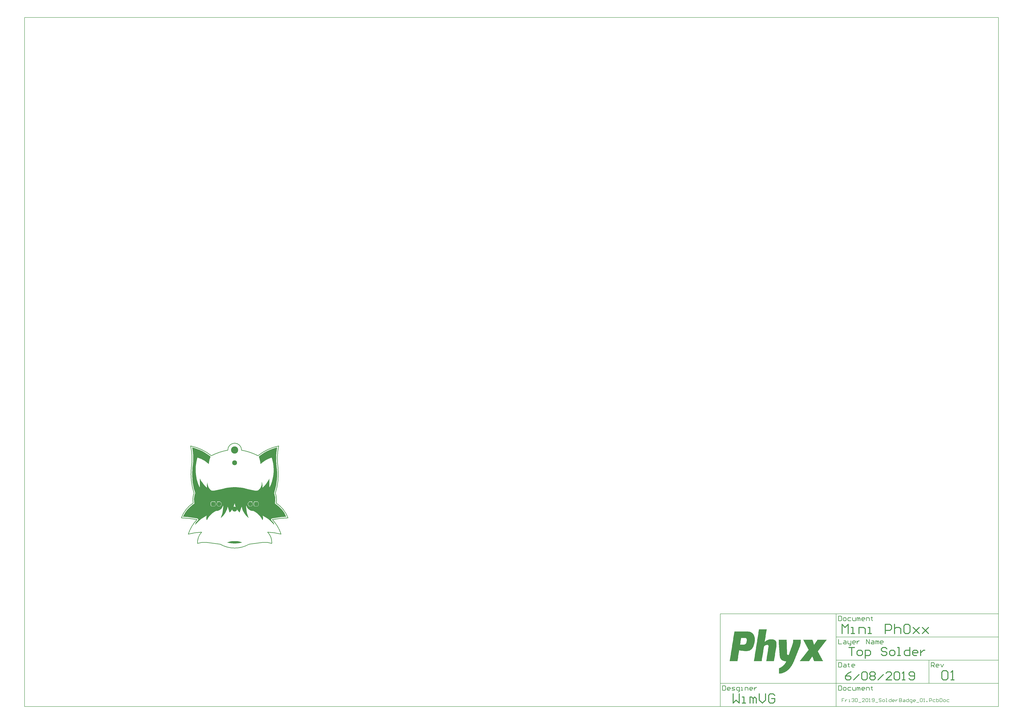
<source format=gts>
G04*
G04 #@! TF.GenerationSoftware,Altium Limited,Altium Designer,18.1.11 (251)*
G04*
G04 Layer_Color=8388736*
%FSLAX25Y25*%
%MOIN*%
G70*
G01*
G75*
%ADD10C,0.00787*%
%ADD15C,0.00984*%
%ADD16C,0.01575*%
%ADD18R,0.14567X0.06648*%
%ADD19R,0.15551X0.06648*%
%ADD20R,0.04331X0.05512*%
%ADD21C,0.08268*%
%ADD22C,0.00394*%
%ADD23C,0.12205*%
G04:AMPARAMS|DCode=24|XSize=74.8mil|YSize=74.8mil|CornerRadius=19.68mil|HoleSize=0mil|Usage=FLASHONLY|Rotation=0.000|XOffset=0mil|YOffset=0mil|HoleType=Round|Shape=RoundedRectangle|*
%AMROUNDEDRECTD24*
21,1,0.07480,0.03543,0,0,0.0*
21,1,0.03543,0.07480,0,0,0.0*
1,1,0.03937,0.01772,-0.01772*
1,1,0.03937,-0.01772,-0.01772*
1,1,0.03937,-0.01772,0.01772*
1,1,0.03937,0.01772,0.01772*
%
%ADD24ROUNDEDRECTD24*%
%ADD25C,0.07480*%
G36*
X-68188Y169601D02*
X-63641Y168113D01*
X-59195Y166347D01*
X-54867Y164309D01*
X-50672Y162008D01*
X-46628Y159452D01*
X-42750Y156651D01*
X-40901Y155134D01*
X-40880Y155123D01*
X-41249Y154369D01*
X-41602Y153401D01*
X-41699Y153060D01*
X-41777Y152750D01*
X-41903Y152345D01*
X-42210Y151291D01*
X-42294Y150991D01*
X-42355Y150762D01*
X-42642Y149622D01*
X-42643Y149620D01*
X-42908Y148485D01*
X-42957Y148271D01*
X-43154Y147368D01*
X-43341Y146462D01*
X-43429Y146008D01*
X-43430Y146006D01*
X-43525Y145520D01*
X-43708Y144545D01*
X-43885Y143570D01*
X-43937Y143266D01*
X-44054Y142579D01*
X-44058Y142578D01*
X-44890Y143372D01*
X-47019Y145177D01*
X-49250Y146854D01*
X-51575Y148398D01*
X-53987Y149803D01*
X-56477Y151064D01*
X-59036Y152178D01*
X-61656Y153140D01*
X-62983Y153541D01*
X-62983Y153541D01*
X-62992Y153543D01*
X-62992Y153543D01*
X-62992Y153543D01*
X-62991Y153542D01*
X-62986Y153538D01*
X-63656Y151449D01*
X-64724Y147193D01*
X-65516Y142877D01*
X-66027Y138519D01*
X-66257Y134137D01*
X-66203Y129749D01*
X-65867Y125374D01*
X-65249Y121030D01*
X-64352Y116734D01*
X-63180Y112506D01*
X-61738Y108362D01*
X-60031Y104319D01*
X-59049Y102357D01*
X-59052Y104325D01*
X-59055Y108262D01*
Y112199D01*
X-59052Y116136D01*
X-59049Y118096D01*
X-59046Y118097D01*
X-58492Y117001D01*
X-57281Y114844D01*
X-55976Y112743D01*
X-54581Y110701D01*
X-53097Y108722D01*
X-51529Y106810D01*
X-49877Y104969D01*
X-48147Y103202D01*
X-47251Y102363D01*
X-47248Y102361D01*
X-47248D01*
Y102361D01*
X-47244Y102357D01*
X-47244Y102357D01*
X-47244Y102363D01*
X-47244Y102366D01*
X-47246Y103709D01*
X-47102Y106410D01*
X-46761Y109092D01*
X-46226Y111743D01*
X-46088Y112273D01*
X-46084Y112273D01*
Y111661D01*
X-46084Y110480D01*
X-46082Y110285D01*
X-46071Y109301D01*
X-45913Y107782D01*
X-45513Y106023D01*
X-44904Y104325D01*
X-44500Y103519D01*
X-44500Y103519D01*
X-44165Y102849D01*
X-43365Y101583D01*
X-42442Y100403D01*
X-41692Y99620D01*
X-40839Y98837D01*
X-40836Y98834D01*
X-40334Y98496D01*
X-39906Y98209D01*
X-39365Y97908D01*
X-38276Y97517D01*
X-37693Y97409D01*
X-36559Y97294D01*
X-36559Y97294D01*
X-35432Y97394D01*
X-34991Y97492D01*
X-34775Y97557D01*
X-22050Y100093D01*
X-20935Y100316D01*
X-19893Y100615D01*
X-19229Y100805D01*
X-15801Y101656D01*
X-12336Y102339D01*
X-8841Y102853D01*
X-5326Y103196D01*
X-1798Y103367D01*
X1734Y103367D01*
X5262Y103194D01*
X8777Y102850D01*
X12271Y102336D01*
X15736Y101652D01*
X19164Y100800D01*
X19839Y100606D01*
X20871Y100310D01*
X21972Y100089D01*
X21993Y100084D01*
X34644Y97566D01*
X34644Y97566D01*
X35734Y97346D01*
X35834Y97330D01*
X36643Y97301D01*
X37450Y97370D01*
X38243Y97534D01*
X39010Y97793D01*
X39741Y98141D01*
X39822Y98193D01*
X40120Y98400D01*
X40741Y98833D01*
X41040Y99106D01*
X41599Y99616D01*
X42466Y100537D01*
X43442Y101826D01*
X44273Y103214D01*
X44950Y104683D01*
X45465Y106216D01*
X45812Y107796D01*
X45895Y108561D01*
X45977Y109597D01*
X45984Y110463D01*
X45984Y110469D01*
X45984Y110469D01*
X45984D01*
X45984Y111644D01*
Y112658D01*
X45988Y112659D01*
X46226Y111743D01*
X46761Y109092D01*
X47102Y106410D01*
X47246Y103709D01*
X47244Y102357D01*
X48147Y103202D01*
X49877Y104969D01*
X51529Y106810D01*
X53097Y108722D01*
X54581Y110701D01*
X55976Y112743D01*
X57281Y114844D01*
X58492Y117001D01*
X59046Y118097D01*
X59049Y118096D01*
X59052Y116136D01*
X59055Y112199D01*
Y108262D01*
X59052Y104325D01*
X59049Y102357D01*
X60031Y104319D01*
X61738Y108362D01*
X63180Y112506D01*
X64352Y116734D01*
X65249Y121030D01*
X65867Y125374D01*
X66203Y129749D01*
X66257Y134137D01*
X66027Y138519D01*
X65516Y142877D01*
X64724Y147193D01*
X63656Y151449D01*
X62986Y153538D01*
X62992Y153543D01*
X62992Y153543D01*
Y153543D01*
X62992Y153543D01*
X61656Y153140D01*
X59036Y152178D01*
X56477Y151064D01*
X53987Y149803D01*
X51575Y148398D01*
X49250Y146854D01*
X47019Y145177D01*
X44890Y143372D01*
X44071Y142591D01*
X44068Y142592D01*
X44067Y142593D01*
X43898Y143570D01*
X43722Y144546D01*
X43662Y144863D01*
X43443Y146007D01*
X43443Y146007D01*
X43212Y147152D01*
X43168Y147367D01*
X42971Y148271D01*
X42764Y149173D01*
X42656Y149622D01*
X42656D01*
X42562Y150017D01*
X42359Y150803D01*
X42143Y151585D01*
X42109Y151700D01*
X41791Y152750D01*
X41791Y152750D01*
X41473Y153799D01*
X41270Y154325D01*
X40994Y154930D01*
X40890Y155124D01*
X40891Y155128D01*
X40898Y155132D01*
X42770Y156640D01*
X46656Y159447D01*
X50700Y162003D01*
X54894Y164304D01*
X59223Y166341D01*
X63669Y168107D01*
X68216Y169596D01*
X72239Y170642D01*
X72242Y170640D01*
X71555Y166662D01*
X71556Y166614D01*
X71541Y166569D01*
X70961Y161921D01*
X70964Y161874D01*
X70951Y161828D01*
X70588Y157158D01*
X70594Y157111D01*
X70583Y157064D01*
X70439Y152383D01*
X70447Y152336D01*
X70439Y152289D01*
X70514Y147606D01*
X70524Y147559D01*
X70517Y147512D01*
X70811Y142837D01*
X70824Y142791D01*
X70819Y142744D01*
X71331Y138088D01*
X71342Y138054D01*
X71340Y138018D01*
X71672Y135743D01*
X71939Y133143D01*
X72202Y127837D01*
X72185Y122525D01*
X71889Y117221D01*
X71315Y111940D01*
X70463Y106696D01*
X69336Y101505D01*
X67938Y96380D01*
X67105Y93857D01*
X67071Y93580D01*
X67005Y93309D01*
X67023Y93195D01*
X67009Y93080D01*
X67083Y92811D01*
X67127Y92535D01*
X67474Y91591D01*
X68043Y89660D01*
X68483Y87696D01*
X68792Y85707D01*
X68968Y83702D01*
X69012Y81690D01*
X68923Y79680D01*
X68702Y77679D01*
X68525Y76689D01*
X68533Y76305D01*
X68537Y75921D01*
X68540Y75914D01*
X68540Y75906D01*
X68694Y75554D01*
X68845Y75201D01*
X68851Y75196D01*
X68854Y75188D01*
X69131Y74923D01*
X69406Y74654D01*
X71054Y73581D01*
X74167Y71178D01*
X77078Y68533D01*
X79768Y65664D01*
X82220Y62589D01*
X84418Y59326D01*
X86347Y55899D01*
X87644Y53089D01*
X87642Y53085D01*
X87137Y53068D01*
X87105Y53061D01*
X87073Y53065D01*
X80376Y52628D01*
X80335Y52617D01*
X80292Y52621D01*
X73620Y51903D01*
X73579Y51891D01*
X73536Y51893D01*
X66899Y50895D01*
X66869Y50884D01*
X66837Y50885D01*
X63536Y50281D01*
X63348Y50207D01*
X63148Y50169D01*
X62987Y50064D01*
X62808Y49993D01*
X62662Y49852D01*
X62493Y49741D01*
X62384Y49582D01*
X62246Y49448D01*
X62165Y49262D01*
X62051Y49095D01*
X62011Y48906D01*
X61935Y48729D01*
X61931Y48527D01*
X61890Y48328D01*
X61925Y48139D01*
X61922Y47946D01*
X61997Y47758D01*
X62034Y47559D01*
X62140Y47397D01*
X62211Y47218D01*
X62352Y47073D01*
X62462Y46903D01*
X63703Y45635D01*
X66011Y42983D01*
X66455Y42408D01*
X66853Y40554D01*
X66966Y39369D01*
X66962Y39367D01*
X66951Y39371D01*
X65955Y40609D01*
X63857Y42995D01*
X61623Y45255D01*
X59262Y47381D01*
X56782Y49366D01*
X54190Y51204D01*
X51495Y52888D01*
X48707Y54412D01*
X47281Y55113D01*
X47266Y55118D01*
X47490Y54660D01*
X47831Y53699D01*
X48062Y52705D01*
X48177Y51691D01*
Y50671D01*
X48062Y49658D01*
X47831Y48664D01*
X47490Y47703D01*
X47268Y47249D01*
X47264Y47249D01*
X46640Y48519D01*
X45223Y50978D01*
X43596Y53305D01*
X41773Y55481D01*
X39766Y57489D01*
X37591Y59313D01*
X35266Y60941D01*
X32806Y62359D01*
X31533Y62986D01*
X31533Y62986D01*
X30777Y62968D01*
X29272Y63129D01*
X27802Y63485D01*
X26391Y64029D01*
X25063Y64754D01*
X23841Y65645D01*
X22745Y66689D01*
X21795Y67866D01*
X21008Y69157D01*
X20395Y70540D01*
X19968Y71991D01*
X19734Y73486D01*
X19716Y74242D01*
X19641Y72768D01*
X19621Y69817D01*
X19774Y66869D01*
X20099Y63936D01*
X20595Y61026D01*
X21261Y58151D01*
X22093Y55319D01*
X23090Y52541D01*
X23642Y51192D01*
X23639Y51189D01*
X22533Y52057D01*
X20436Y54025D01*
X18520Y56169D01*
X16801Y58475D01*
X15291Y60922D01*
X14003Y63494D01*
X12946Y66168D01*
X12129Y68925D01*
X11844Y70335D01*
X8706Y60272D01*
X8701Y60270D01*
X7812Y61086D01*
X6178Y62875D01*
X4708Y64801D01*
X3414Y66849D01*
X2305Y69003D01*
X1390Y71246D01*
X676Y73561D01*
X170Y75930D01*
X21Y77132D01*
X-127Y75930D01*
X-634Y73561D01*
X-1347Y71246D01*
X-2262Y69003D01*
X-3371Y66849D01*
X-4665Y64801D01*
X-6135Y62875D01*
X-7769Y61086D01*
X-8659Y60270D01*
X-8663Y60271D01*
X-11801Y70335D01*
X-12086Y68925D01*
X-12903Y66168D01*
X-13960Y63494D01*
X-15248Y60922D01*
X-16758Y58475D01*
X-18477Y56169D01*
X-20393Y54025D01*
X-22490Y52057D01*
X-23596Y51189D01*
X-23600Y51192D01*
X-23047Y52541D01*
X-22050Y55319D01*
X-21218Y58151D01*
X-20552Y61026D01*
X-20056Y63936D01*
X-19731Y66869D01*
X-19578Y69817D01*
X-19598Y72768D01*
X-19673Y74242D01*
X-19691Y73486D01*
X-19925Y71991D01*
X-20352Y70540D01*
X-20965Y69157D01*
X-21753Y67866D01*
X-22702Y66689D01*
X-23798Y65645D01*
X-25020Y64754D01*
X-26348Y64029D01*
X-27759Y63485D01*
X-29230Y63129D01*
X-30734Y62968D01*
X-31490Y62986D01*
Y62986D01*
X-32763Y62359D01*
X-35223Y60941D01*
X-37549Y59313D01*
X-39723Y57489D01*
X-41730Y55481D01*
X-43554Y53305D01*
X-45180Y50978D01*
X-46597Y48519D01*
X-47221Y47249D01*
X-47225Y47249D01*
X-47447Y47703D01*
X-47789Y48664D01*
X-48019Y49658D01*
X-48134Y50671D01*
Y51691D01*
X-48019Y52705D01*
X-47789Y53699D01*
X-47447Y54660D01*
X-47223Y55118D01*
X-47238Y55113D01*
X-48664Y54412D01*
X-51452Y52888D01*
X-54147Y51204D01*
X-56739Y49366D01*
X-59219Y47381D01*
X-61580Y45255D01*
X-63814Y42995D01*
X-65912Y40609D01*
X-66908Y39371D01*
X-66920Y39367D01*
X-66923Y39369D01*
X-66810Y40554D01*
X-66404Y42443D01*
X-65983Y42988D01*
X-63675Y45641D01*
X-62446Y46898D01*
X-62338Y47064D01*
X-62200Y47206D01*
X-62126Y47389D01*
X-62019Y47554D01*
X-61982Y47749D01*
X-61909Y47933D01*
X-61911Y48130D01*
X-61875Y48324D01*
X-61915Y48518D01*
X-61918Y48716D01*
X-61995Y48897D01*
X-62036Y49090D01*
X-62148Y49254D01*
X-62226Y49436D01*
X-62367Y49574D01*
X-62479Y49737D01*
X-62644Y49845D01*
X-62786Y49983D01*
X-62969Y50056D01*
X-63134Y50164D01*
X-63329Y50201D01*
X-63513Y50274D01*
X-66802Y50889D01*
X-66838Y50888D01*
X-66872Y50901D01*
X-73508Y51898D01*
X-73551Y51896D01*
X-73592Y51909D01*
X-80265Y52627D01*
X-80307Y52623D01*
X-80349Y52634D01*
X-87046Y53071D01*
X-87077Y53066D01*
X-87109Y53074D01*
X-87615Y53091D01*
X-87617Y53094D01*
X-86319Y55905D01*
X-84390Y59332D01*
X-82192Y62594D01*
X-79741Y65670D01*
X-77051Y68539D01*
X-74140Y71184D01*
X-71026Y73587D01*
X-69378Y74660D01*
X-69103Y74929D01*
X-68827Y75194D01*
X-68824Y75201D01*
X-68818Y75207D01*
X-68667Y75560D01*
X-68513Y75911D01*
X-68513Y75919D01*
X-68510Y75927D01*
X-68505Y76310D01*
X-68497Y76694D01*
X-68674Y77685D01*
X-68896Y79685D01*
X-68985Y81696D01*
X-68941Y83708D01*
X-68764Y85713D01*
X-68455Y87702D01*
X-68015Y89666D01*
X-67447Y91596D01*
X-67099Y92541D01*
X-67056Y92817D01*
X-66981Y93086D01*
X-66995Y93200D01*
X-66978Y93314D01*
X-67043Y93586D01*
X-67077Y93863D01*
X-67910Y96385D01*
X-69309Y101510D01*
X-70435Y106702D01*
X-71287Y111945D01*
X-71862Y117226D01*
X-72158Y122530D01*
X-72174Y127843D01*
X-71911Y133148D01*
X-71644Y135748D01*
X-71313Y138024D01*
X-71315Y138060D01*
X-71304Y138094D01*
X-70792Y142750D01*
X-70796Y142797D01*
X-70784Y142843D01*
X-70490Y147518D01*
X-70496Y147565D01*
X-70486Y147611D01*
X-70411Y152295D01*
X-70420Y152341D01*
X-70412Y152388D01*
X-70556Y157070D01*
X-70567Y157116D01*
X-70561Y157164D01*
X-70924Y161833D01*
X-70936Y161879D01*
X-70933Y161927D01*
X-71513Y166574D01*
X-71529Y166620D01*
X-71527Y166667D01*
X-72214Y170645D01*
X-72211Y170648D01*
X-68188Y169601D01*
D02*
G37*
G36*
X4876Y11602D02*
X8073Y10994D01*
X11183Y10039D01*
X12677Y9394D01*
Y9394D01*
X11124Y9011D01*
X7976Y8435D01*
X4800Y8053D01*
X1606Y7865D01*
X6Y7868D01*
X6Y7868D01*
X-1594Y7864D01*
X-4787Y8053D01*
X-7963Y8436D01*
X-11110Y9012D01*
X-12663Y9396D01*
X-11170Y10040D01*
X-8059Y10994D01*
X-4863Y11602D01*
X-1620Y11856D01*
X6Y11804D01*
X1632Y11856D01*
X4876Y11602D01*
D02*
G37*
G36*
X1005337Y-155808D02*
X1005050D01*
Y-156094D01*
X1004764D01*
Y-156380D01*
Y-156667D01*
X1004478D01*
Y-156953D01*
X1004192D01*
Y-157239D01*
X1003905D01*
Y-157526D01*
Y-157812D01*
X1003619D01*
Y-158098D01*
X1003333D01*
Y-158385D01*
X1003046D01*
Y-158671D01*
X1002760D01*
Y-158957D01*
Y-159244D01*
X1002474D01*
Y-159530D01*
X1002187D01*
Y-159816D01*
X1001901D01*
Y-160102D01*
Y-160389D01*
X1001615D01*
Y-160675D01*
X1001328D01*
Y-160961D01*
X1001042D01*
Y-161248D01*
X1000756D01*
Y-161534D01*
Y-161820D01*
X1000469D01*
Y-162107D01*
X1000183D01*
Y-162393D01*
X999897D01*
Y-162679D01*
Y-162966D01*
X999611D01*
Y-163252D01*
X999324D01*
Y-163538D01*
X999038D01*
Y-163824D01*
Y-164111D01*
X998752D01*
Y-164397D01*
X998465D01*
Y-164683D01*
X998179D01*
Y-164970D01*
X997893D01*
Y-165256D01*
Y-165542D01*
X997606D01*
Y-165829D01*
X997320D01*
Y-166115D01*
X997034D01*
Y-166401D01*
Y-166688D01*
X996747D01*
Y-166974D01*
X996461D01*
Y-167260D01*
X996175D01*
Y-167547D01*
Y-167833D01*
X995889D01*
Y-168119D01*
X995602D01*
Y-168405D01*
X995316D01*
Y-168692D01*
X995030D01*
Y-168978D01*
Y-169264D01*
X994743D01*
Y-169551D01*
X994457D01*
Y-169837D01*
X994171D01*
Y-170123D01*
Y-170410D01*
X993884D01*
Y-170696D01*
X993598D01*
Y-170982D01*
X993312D01*
Y-171269D01*
Y-171555D01*
X993025D01*
Y-171841D01*
X992739D01*
Y-172127D01*
X992453D01*
Y-172414D01*
X992166D01*
Y-172700D01*
Y-172986D01*
X991880D01*
Y-173273D01*
X991594D01*
Y-173559D01*
X991308D01*
Y-173845D01*
Y-174132D01*
X991021D01*
Y-174418D01*
X990735D01*
Y-174704D01*
X990449D01*
Y-174991D01*
X990162D01*
Y-175277D01*
Y-175563D01*
X990449D01*
Y-175850D01*
Y-176136D01*
X990735D01*
Y-176422D01*
Y-176709D01*
X991021D01*
Y-176995D01*
X991308D01*
Y-177281D01*
Y-177568D01*
X991594D01*
Y-177854D01*
Y-178140D01*
X991880D01*
Y-178426D01*
Y-178713D01*
X992166D01*
Y-178999D01*
Y-179285D01*
X992453D01*
Y-179572D01*
Y-179858D01*
X992739D01*
Y-180144D01*
Y-180431D01*
X993025D01*
Y-180717D01*
Y-181003D01*
X993312D01*
Y-181290D01*
Y-181576D01*
X993598D01*
Y-181862D01*
X993884D01*
Y-182149D01*
Y-182435D01*
X994171D01*
Y-182721D01*
Y-183007D01*
X994457D01*
Y-183294D01*
Y-183580D01*
X994743D01*
Y-183866D01*
Y-184153D01*
X995030D01*
Y-184439D01*
Y-184725D01*
X995316D01*
Y-185012D01*
Y-185298D01*
X995602D01*
Y-185584D01*
Y-185871D01*
X995889D01*
Y-186157D01*
X996175D01*
Y-186443D01*
Y-186730D01*
X996461D01*
Y-187016D01*
Y-187302D01*
X996747D01*
Y-187588D01*
Y-187875D01*
X997034D01*
Y-188161D01*
Y-188447D01*
X997320D01*
Y-188734D01*
Y-189020D01*
X997606D01*
Y-189306D01*
Y-189593D01*
X997893D01*
Y-189879D01*
Y-190165D01*
X998179D01*
Y-190452D01*
X998465D01*
Y-190738D01*
Y-191024D01*
X998752D01*
Y-191311D01*
Y-191597D01*
X999038D01*
Y-191883D01*
X983863D01*
Y-191597D01*
X983577D01*
Y-191311D01*
Y-191024D01*
Y-190738D01*
X983291D01*
Y-190452D01*
Y-190165D01*
Y-189879D01*
X983004D01*
Y-189593D01*
Y-189306D01*
X982718D01*
Y-189020D01*
Y-188734D01*
Y-188447D01*
X982432D01*
Y-188161D01*
Y-187875D01*
Y-187588D01*
X982146D01*
Y-187302D01*
Y-187016D01*
X981859D01*
Y-186730D01*
Y-186443D01*
Y-186157D01*
X981573D01*
Y-185871D01*
Y-185584D01*
Y-185298D01*
X981287D01*
Y-185012D01*
Y-184725D01*
Y-184439D01*
X981000D01*
Y-184153D01*
X980428D01*
Y-184439D01*
Y-184725D01*
X980141D01*
Y-185012D01*
X979855D01*
Y-185298D01*
Y-185584D01*
X979569D01*
Y-185871D01*
X979282D01*
Y-186157D01*
Y-186443D01*
X978996D01*
Y-186730D01*
X978710D01*
Y-187016D01*
Y-187302D01*
X978423D01*
Y-187588D01*
X978137D01*
Y-187875D01*
X977851D01*
Y-188161D01*
Y-188447D01*
X977565D01*
Y-188734D01*
X977278D01*
Y-189020D01*
Y-189306D01*
X976992D01*
Y-189593D01*
X976705D01*
Y-189879D01*
Y-190165D01*
X976419D01*
Y-190452D01*
X976133D01*
Y-190738D01*
Y-191024D01*
X975847D01*
Y-191311D01*
X975560D01*
Y-191597D01*
Y-191883D01*
X959527D01*
Y-191597D01*
X959813D01*
Y-191311D01*
X960099D01*
Y-191024D01*
X960386D01*
Y-190738D01*
X960672D01*
Y-190452D01*
Y-190165D01*
X960958D01*
Y-189879D01*
X961245D01*
Y-189593D01*
X961531D01*
Y-189306D01*
X961817D01*
Y-189020D01*
Y-188734D01*
X962104D01*
Y-188447D01*
X962390D01*
Y-188161D01*
X962676D01*
Y-187875D01*
Y-187588D01*
X962963D01*
Y-187302D01*
X963249D01*
Y-187016D01*
X963535D01*
Y-186730D01*
X963822D01*
Y-186443D01*
Y-186157D01*
X964108D01*
Y-185871D01*
X964394D01*
Y-185584D01*
X964680D01*
Y-185298D01*
X964967D01*
Y-185012D01*
Y-184725D01*
X965253D01*
Y-184439D01*
X965539D01*
Y-184153D01*
X965826D01*
Y-183866D01*
Y-183580D01*
X966112D01*
Y-183294D01*
X966398D01*
Y-183007D01*
X966685D01*
Y-182721D01*
X966971D01*
Y-182435D01*
Y-182149D01*
X967257D01*
Y-181862D01*
X967544D01*
Y-181576D01*
X967830D01*
Y-181290D01*
Y-181003D01*
X968116D01*
Y-180717D01*
X968402D01*
Y-180431D01*
X968689D01*
Y-180144D01*
X968975D01*
Y-179858D01*
Y-179572D01*
X969261D01*
Y-179285D01*
X969548D01*
Y-178999D01*
X969834D01*
Y-178713D01*
Y-178426D01*
X970120D01*
Y-178140D01*
X970407D01*
Y-177854D01*
X970693D01*
Y-177568D01*
X970979D01*
Y-177281D01*
Y-176995D01*
X971266D01*
Y-176709D01*
X971552D01*
Y-176422D01*
X971838D01*
Y-176136D01*
X972124D01*
Y-175850D01*
Y-175563D01*
X972411D01*
Y-175277D01*
X972697D01*
Y-174991D01*
X972983D01*
Y-174704D01*
Y-174418D01*
X973270D01*
Y-174132D01*
X973556D01*
Y-173845D01*
X973842D01*
Y-173559D01*
X974129D01*
Y-173273D01*
Y-172986D01*
X974415D01*
Y-172700D01*
Y-172414D01*
Y-172127D01*
X974129D01*
Y-171841D01*
X973842D01*
Y-171555D01*
Y-171269D01*
X973556D01*
Y-170982D01*
Y-170696D01*
X973270D01*
Y-170410D01*
Y-170123D01*
X972983D01*
Y-169837D01*
Y-169551D01*
X972697D01*
Y-169264D01*
Y-168978D01*
X972411D01*
Y-168692D01*
Y-168405D01*
X972124D01*
Y-168119D01*
X971838D01*
Y-167833D01*
Y-167547D01*
X971552D01*
Y-167260D01*
Y-166974D01*
X971266D01*
Y-166688D01*
Y-166401D01*
X970979D01*
Y-166115D01*
Y-165829D01*
X970693D01*
Y-165542D01*
Y-165256D01*
X970407D01*
Y-164970D01*
Y-164683D01*
X970120D01*
Y-164397D01*
X969834D01*
Y-164111D01*
Y-163824D01*
X969548D01*
Y-163538D01*
Y-163252D01*
X969261D01*
Y-162966D01*
Y-162679D01*
X968975D01*
Y-162393D01*
Y-162107D01*
X968689D01*
Y-161820D01*
Y-161534D01*
X968402D01*
Y-161248D01*
Y-160961D01*
X968116D01*
Y-160675D01*
Y-160389D01*
X967830D01*
Y-160102D01*
X967544D01*
Y-159816D01*
Y-159530D01*
X967257D01*
Y-159244D01*
Y-158957D01*
X966971D01*
Y-158671D01*
Y-158385D01*
X966685D01*
Y-158098D01*
Y-157812D01*
X966398D01*
Y-157526D01*
Y-157239D01*
X966112D01*
Y-156953D01*
Y-156667D01*
X965826D01*
Y-156380D01*
X965539D01*
Y-156094D01*
Y-155808D01*
X965253D01*
Y-155521D01*
X981000D01*
Y-155808D01*
X981287D01*
Y-156094D01*
Y-156380D01*
Y-156667D01*
X981573D01*
Y-156953D01*
Y-157239D01*
Y-157526D01*
X981859D01*
Y-157812D01*
Y-158098D01*
Y-158385D01*
X982146D01*
Y-158671D01*
Y-158957D01*
Y-159244D01*
X982432D01*
Y-159530D01*
Y-159816D01*
Y-160102D01*
X982718D01*
Y-160389D01*
Y-160675D01*
Y-160961D01*
X983004D01*
Y-161248D01*
Y-161534D01*
Y-161820D01*
X983291D01*
Y-162107D01*
Y-162393D01*
Y-162679D01*
X983577D01*
Y-162966D01*
Y-163252D01*
Y-163538D01*
Y-163824D01*
X984150D01*
Y-163538D01*
X984436D01*
Y-163252D01*
X984722D01*
Y-162966D01*
Y-162679D01*
X985009D01*
Y-162393D01*
X985295D01*
Y-162107D01*
Y-161820D01*
X985581D01*
Y-161534D01*
X985868D01*
Y-161248D01*
Y-160961D01*
X986154D01*
Y-160675D01*
X986440D01*
Y-160389D01*
Y-160102D01*
X986726D01*
Y-159816D01*
X987013D01*
Y-159530D01*
Y-159244D01*
X987299D01*
Y-158957D01*
X987585D01*
Y-158671D01*
Y-158385D01*
X987872D01*
Y-158098D01*
X988158D01*
Y-157812D01*
Y-157526D01*
X988444D01*
Y-157239D01*
X988731D01*
Y-156953D01*
Y-156667D01*
X989017D01*
Y-156380D01*
X989303D01*
Y-156094D01*
Y-155808D01*
X989590D01*
Y-155521D01*
X1005337D01*
Y-155808D01*
D02*
G37*
G36*
X872201Y-141778D02*
X873919D01*
Y-142065D01*
X874778D01*
Y-142351D01*
X875637D01*
Y-142637D01*
X876496D01*
Y-142924D01*
X877069D01*
Y-143210D01*
X877355D01*
Y-143496D01*
X877928D01*
Y-143783D01*
X878214D01*
Y-144069D01*
X878786D01*
Y-144355D01*
X879073D01*
Y-144641D01*
X879359D01*
Y-144928D01*
X879646D01*
Y-145214D01*
X879932D01*
Y-145501D01*
X880218D01*
Y-145787D01*
X880504D01*
Y-146073D01*
Y-146359D01*
X880791D01*
Y-146646D01*
X881077D01*
Y-146932D01*
Y-147218D01*
X881363D01*
Y-147505D01*
X881650D01*
Y-147791D01*
Y-148077D01*
X881936D01*
Y-148364D01*
Y-148650D01*
Y-148936D01*
X882222D01*
Y-149223D01*
Y-149509D01*
Y-149795D01*
X882509D01*
Y-150082D01*
Y-150368D01*
Y-150654D01*
Y-150940D01*
X882795D01*
Y-151227D01*
Y-151513D01*
Y-151799D01*
Y-152086D01*
Y-152372D01*
X883081D01*
Y-152658D01*
Y-152945D01*
Y-153231D01*
Y-153517D01*
Y-153804D01*
Y-154090D01*
Y-154376D01*
Y-154663D01*
Y-154949D01*
Y-155235D01*
Y-155521D01*
Y-155808D01*
Y-156094D01*
Y-156380D01*
Y-156667D01*
Y-156953D01*
Y-157239D01*
Y-157526D01*
Y-157812D01*
Y-158098D01*
X882795D01*
Y-158385D01*
Y-158671D01*
Y-158957D01*
Y-159244D01*
Y-159530D01*
Y-159816D01*
Y-160102D01*
X882509D01*
Y-160389D01*
Y-160675D01*
Y-160961D01*
Y-161248D01*
Y-161534D01*
X882222D01*
Y-161820D01*
Y-162107D01*
Y-162393D01*
Y-162679D01*
Y-162966D01*
X881936D01*
Y-163252D01*
Y-163538D01*
Y-163824D01*
X881650D01*
Y-164111D01*
Y-164397D01*
Y-164683D01*
Y-164970D01*
X881363D01*
Y-165256D01*
Y-165542D01*
Y-165829D01*
X881077D01*
Y-166115D01*
Y-166401D01*
X880791D01*
Y-166688D01*
Y-166974D01*
Y-167260D01*
X880504D01*
Y-167547D01*
Y-167833D01*
X880218D01*
Y-168119D01*
Y-168405D01*
X879932D01*
Y-168692D01*
Y-168978D01*
X879646D01*
Y-169264D01*
X879359D01*
Y-169551D01*
Y-169837D01*
X879073D01*
Y-170123D01*
X878786D01*
Y-170410D01*
X878500D01*
Y-170696D01*
Y-170982D01*
X878214D01*
Y-171269D01*
X877928D01*
Y-171555D01*
X877641D01*
Y-171841D01*
X877355D01*
Y-172127D01*
X877069D01*
Y-172414D01*
X876496D01*
Y-172700D01*
X876210D01*
Y-172986D01*
X875637D01*
Y-173273D01*
X875351D01*
Y-173559D01*
X874778D01*
Y-173845D01*
X873919D01*
Y-174132D01*
X873060D01*
Y-174418D01*
X872201D01*
Y-174704D01*
X870483D01*
Y-174991D01*
X865330D01*
Y-174704D01*
X862753D01*
Y-174418D01*
X860749D01*
Y-174132D01*
X859317D01*
Y-173845D01*
X857886D01*
Y-173559D01*
X856454D01*
Y-173845D01*
Y-174132D01*
Y-174418D01*
Y-174704D01*
Y-174991D01*
Y-175277D01*
Y-175563D01*
X856168D01*
Y-175850D01*
Y-176136D01*
Y-176422D01*
Y-176709D01*
Y-176995D01*
Y-177281D01*
X855882D01*
Y-177568D01*
Y-177854D01*
Y-178140D01*
Y-178426D01*
Y-178713D01*
Y-178999D01*
X855595D01*
Y-179285D01*
Y-179572D01*
Y-179858D01*
Y-180144D01*
Y-180431D01*
Y-180717D01*
Y-181003D01*
X855309D01*
Y-181290D01*
Y-181576D01*
Y-181862D01*
Y-182149D01*
Y-182435D01*
Y-182721D01*
X855023D01*
Y-183007D01*
Y-183294D01*
Y-183580D01*
Y-183866D01*
Y-184153D01*
Y-184439D01*
X854736D01*
Y-184725D01*
Y-185012D01*
Y-185298D01*
Y-185584D01*
Y-185871D01*
Y-186157D01*
Y-186443D01*
X854450D01*
Y-186730D01*
Y-187016D01*
Y-187302D01*
Y-187588D01*
Y-187875D01*
Y-188161D01*
X854164D01*
Y-188447D01*
Y-188734D01*
Y-189020D01*
Y-189306D01*
Y-189593D01*
Y-189879D01*
X853877D01*
Y-190165D01*
Y-190452D01*
Y-190738D01*
Y-191024D01*
Y-191311D01*
Y-191597D01*
Y-191883D01*
X840421D01*
Y-191597D01*
X840707D01*
Y-191311D01*
Y-191024D01*
Y-190738D01*
Y-190452D01*
Y-190165D01*
X840993D01*
Y-189879D01*
Y-189593D01*
Y-189306D01*
Y-189020D01*
Y-188734D01*
Y-188447D01*
Y-188161D01*
X841280D01*
Y-187875D01*
Y-187588D01*
Y-187302D01*
Y-187016D01*
Y-186730D01*
Y-186443D01*
X841566D01*
Y-186157D01*
Y-185871D01*
Y-185584D01*
Y-185298D01*
Y-185012D01*
Y-184725D01*
X841852D01*
Y-184439D01*
Y-184153D01*
Y-183866D01*
Y-183580D01*
Y-183294D01*
Y-183007D01*
Y-182721D01*
X842138D01*
Y-182435D01*
Y-182149D01*
Y-181862D01*
Y-181576D01*
Y-181290D01*
Y-181003D01*
X842425D01*
Y-180717D01*
Y-180431D01*
Y-180144D01*
Y-179858D01*
Y-179572D01*
Y-179285D01*
X842711D01*
Y-178999D01*
Y-178713D01*
Y-178426D01*
Y-178140D01*
Y-177854D01*
Y-177568D01*
X842997D01*
Y-177281D01*
Y-176995D01*
Y-176709D01*
Y-176422D01*
Y-176136D01*
Y-175850D01*
Y-175563D01*
X843284D01*
Y-175277D01*
Y-174991D01*
Y-174704D01*
Y-174418D01*
Y-174132D01*
Y-173845D01*
X843570D01*
Y-173559D01*
Y-173273D01*
Y-172986D01*
Y-172700D01*
Y-172414D01*
Y-172127D01*
X843856D01*
Y-171841D01*
Y-171555D01*
Y-171269D01*
Y-170982D01*
Y-170696D01*
Y-170410D01*
X844143D01*
Y-170123D01*
Y-169837D01*
Y-169551D01*
Y-169264D01*
Y-168978D01*
Y-168692D01*
Y-168405D01*
X844429D01*
Y-168119D01*
Y-167833D01*
Y-167547D01*
Y-167260D01*
Y-166974D01*
Y-166688D01*
X844715D01*
Y-166401D01*
Y-166115D01*
Y-165829D01*
Y-165542D01*
Y-165256D01*
Y-164970D01*
X845002D01*
Y-164683D01*
Y-164397D01*
Y-164111D01*
Y-163824D01*
Y-163538D01*
Y-163252D01*
Y-162966D01*
X845288D01*
Y-162679D01*
Y-162393D01*
Y-162107D01*
Y-161820D01*
Y-161534D01*
Y-161248D01*
X845574D01*
Y-160961D01*
Y-160675D01*
Y-160389D01*
Y-160102D01*
Y-159816D01*
Y-159530D01*
X845861D01*
Y-159244D01*
Y-158957D01*
Y-158671D01*
Y-158385D01*
Y-158098D01*
Y-157812D01*
X846147D01*
Y-157526D01*
Y-157239D01*
Y-156953D01*
Y-156667D01*
Y-156380D01*
Y-156094D01*
Y-155808D01*
X846433D01*
Y-155521D01*
Y-155235D01*
Y-154949D01*
Y-154663D01*
Y-154376D01*
Y-154090D01*
X846719D01*
Y-153804D01*
Y-153517D01*
Y-153231D01*
Y-152945D01*
Y-152658D01*
Y-152372D01*
X847006D01*
Y-152086D01*
Y-151799D01*
Y-151513D01*
Y-151227D01*
Y-150940D01*
Y-150654D01*
Y-150368D01*
X847292D01*
Y-150082D01*
Y-149795D01*
Y-149509D01*
Y-149223D01*
Y-148936D01*
Y-148650D01*
X847578D01*
Y-148364D01*
Y-148077D01*
Y-147791D01*
Y-147505D01*
Y-147218D01*
Y-146932D01*
X847865D01*
Y-146646D01*
Y-146359D01*
Y-146073D01*
Y-145787D01*
Y-145501D01*
Y-145214D01*
Y-144928D01*
X848151D01*
Y-144641D01*
Y-144355D01*
Y-144069D01*
Y-143783D01*
Y-143496D01*
Y-143210D01*
X848437D01*
Y-142924D01*
Y-142637D01*
Y-142351D01*
Y-142065D01*
Y-141778D01*
Y-141492D01*
X872201D01*
Y-141778D01*
D02*
G37*
G36*
X961245Y-155808D02*
Y-156094D01*
Y-156380D01*
Y-156667D01*
Y-156953D01*
Y-157239D01*
Y-157526D01*
Y-157812D01*
Y-158098D01*
Y-158385D01*
Y-158671D01*
Y-158957D01*
Y-159244D01*
Y-159530D01*
Y-159816D01*
Y-160102D01*
Y-160389D01*
Y-160675D01*
Y-160961D01*
Y-161248D01*
Y-161534D01*
X960958D01*
Y-161820D01*
Y-162107D01*
Y-162393D01*
Y-162679D01*
Y-162966D01*
X960672D01*
Y-163252D01*
Y-163538D01*
Y-163824D01*
Y-164111D01*
X960386D01*
Y-164397D01*
Y-164683D01*
Y-164970D01*
Y-165256D01*
X960099D01*
Y-165542D01*
Y-165829D01*
Y-166115D01*
X959813D01*
Y-166401D01*
Y-166688D01*
Y-166974D01*
X959527D01*
Y-167260D01*
Y-167547D01*
Y-167833D01*
X959241D01*
Y-168119D01*
Y-168405D01*
Y-168692D01*
X958954D01*
Y-168978D01*
Y-169264D01*
X958668D01*
Y-169551D01*
Y-169837D01*
X958381D01*
Y-170123D01*
Y-170410D01*
Y-170696D01*
X958095D01*
Y-170982D01*
Y-171269D01*
X957809D01*
Y-171555D01*
Y-171841D01*
Y-172127D01*
X957523D01*
Y-172414D01*
Y-172700D01*
X957236D01*
Y-172986D01*
Y-173273D01*
Y-173559D01*
X956950D01*
Y-173845D01*
Y-174132D01*
X956664D01*
Y-174418D01*
Y-174704D01*
Y-174991D01*
X956377D01*
Y-175277D01*
Y-175563D01*
X956091D01*
Y-175850D01*
Y-176136D01*
Y-176422D01*
X955805D01*
Y-176709D01*
Y-176995D01*
X955518D01*
Y-177281D01*
Y-177568D01*
Y-177854D01*
X955232D01*
Y-178140D01*
Y-178426D01*
X954946D01*
Y-178713D01*
Y-178999D01*
Y-179285D01*
X954659D01*
Y-179572D01*
Y-179858D01*
X954373D01*
Y-180144D01*
Y-180431D01*
Y-180717D01*
X954087D01*
Y-181003D01*
Y-181290D01*
X953800D01*
Y-181576D01*
Y-181862D01*
Y-182149D01*
X953514D01*
Y-182435D01*
Y-182721D01*
X953228D01*
Y-183007D01*
Y-183294D01*
Y-183580D01*
X952942D01*
Y-183866D01*
Y-184153D01*
X952655D01*
Y-184439D01*
Y-184725D01*
Y-185012D01*
X952369D01*
Y-185298D01*
Y-185584D01*
X952083D01*
Y-185871D01*
Y-186157D01*
Y-186443D01*
X951796D01*
Y-186730D01*
Y-187016D01*
X951510D01*
Y-187302D01*
Y-187588D01*
Y-187875D01*
X951224D01*
Y-188161D01*
Y-188447D01*
X950937D01*
Y-188734D01*
Y-189020D01*
Y-189306D01*
X950651D01*
Y-189593D01*
Y-189879D01*
X950365D01*
Y-190165D01*
Y-190452D01*
Y-190738D01*
X950078D01*
Y-191024D01*
Y-191311D01*
X949792D01*
Y-191597D01*
Y-191883D01*
Y-192169D01*
X949506D01*
Y-192456D01*
Y-192742D01*
X949220D01*
Y-193028D01*
Y-193315D01*
X948933D01*
Y-193601D01*
Y-193887D01*
X948647D01*
Y-194174D01*
Y-194460D01*
Y-194746D01*
X948361D01*
Y-195033D01*
X948074D01*
Y-195319D01*
Y-195605D01*
Y-195891D01*
X947788D01*
Y-196178D01*
X947502D01*
Y-196464D01*
Y-196750D01*
X947215D01*
Y-197037D01*
Y-197323D01*
X946929D01*
Y-197609D01*
Y-197896D01*
X946643D01*
Y-198182D01*
Y-198468D01*
X946356D01*
Y-198755D01*
X946070D01*
Y-199041D01*
Y-199327D01*
X945784D01*
Y-199614D01*
Y-199900D01*
X945497D01*
Y-200186D01*
X945211D01*
Y-200472D01*
X944925D01*
Y-200759D01*
Y-201045D01*
X944639D01*
Y-201331D01*
X944352D01*
Y-201618D01*
Y-201904D01*
X944066D01*
Y-202190D01*
X943780D01*
Y-202477D01*
X943493D01*
Y-202763D01*
Y-203049D01*
X943207D01*
Y-203336D01*
X942921D01*
Y-203622D01*
X942634D01*
Y-203908D01*
X942348D01*
Y-204195D01*
X942062D01*
Y-204481D01*
Y-204767D01*
X941775D01*
Y-205053D01*
X941489D01*
Y-205340D01*
X941203D01*
Y-205626D01*
X940916D01*
Y-205912D01*
X940630D01*
Y-206199D01*
X940344D01*
Y-206485D01*
X940057D01*
Y-206771D01*
X939485D01*
Y-207058D01*
X939199D01*
Y-207344D01*
X938912D01*
Y-207630D01*
X938626D01*
Y-207917D01*
X938340D01*
Y-208203D01*
X937767D01*
Y-208489D01*
X937481D01*
Y-208776D01*
X936908D01*
Y-209062D01*
X936622D01*
Y-209348D01*
X936049D01*
Y-209634D01*
X935763D01*
Y-209921D01*
X935190D01*
Y-210207D01*
X934618D01*
Y-210493D01*
X934045D01*
Y-210780D01*
X933472D01*
Y-211066D01*
X932900D01*
Y-211352D01*
X932041D01*
Y-211639D01*
X931468D01*
Y-211925D01*
X930609D01*
Y-212211D01*
X929464D01*
Y-212498D01*
X928319D01*
Y-212784D01*
X926601D01*
Y-213070D01*
X924597D01*
Y-213357D01*
X924310D01*
Y-213070D01*
Y-212784D01*
Y-212498D01*
Y-212211D01*
Y-211925D01*
Y-211639D01*
Y-211352D01*
Y-211066D01*
Y-210780D01*
Y-210493D01*
Y-210207D01*
Y-209921D01*
Y-209634D01*
Y-209348D01*
Y-209062D01*
Y-208776D01*
Y-208489D01*
Y-208203D01*
Y-207917D01*
Y-207630D01*
Y-207344D01*
Y-207058D01*
Y-206771D01*
Y-206485D01*
Y-206199D01*
Y-205912D01*
Y-205626D01*
Y-205340D01*
Y-205053D01*
Y-204767D01*
Y-204481D01*
Y-204195D01*
Y-203908D01*
X924883D01*
Y-203622D01*
X925455D01*
Y-203336D01*
X926028D01*
Y-203049D01*
X926601D01*
Y-202763D01*
X927173D01*
Y-202477D01*
X927746D01*
Y-202190D01*
X928032D01*
Y-201904D01*
X928605D01*
Y-201618D01*
X928891D01*
Y-201331D01*
X929464D01*
Y-201045D01*
X929750D01*
Y-200759D01*
X930037D01*
Y-200472D01*
X930609D01*
Y-200186D01*
X930896D01*
Y-199900D01*
X931182D01*
Y-199614D01*
X931468D01*
Y-199327D01*
X931754D01*
Y-199041D01*
X932041D01*
Y-198755D01*
X932327D01*
Y-198468D01*
X932613D01*
Y-198182D01*
X932900D01*
Y-197896D01*
X933186D01*
Y-197609D01*
X933472D01*
Y-197323D01*
X933759D01*
Y-197037D01*
Y-196750D01*
X934045D01*
Y-196464D01*
X934331D01*
Y-196178D01*
X934618D01*
Y-195891D01*
Y-195605D01*
X934904D01*
Y-195319D01*
X935190D01*
Y-195033D01*
Y-194746D01*
X935476D01*
Y-194460D01*
Y-194174D01*
X935763D01*
Y-193887D01*
X936049D01*
Y-193601D01*
Y-193315D01*
X936335D01*
Y-193028D01*
Y-192742D01*
X936622D01*
Y-192456D01*
Y-192169D01*
X934904D01*
Y-191883D01*
X932900D01*
Y-191597D01*
X931754D01*
Y-191311D01*
X931182D01*
Y-191024D01*
X930323D01*
Y-190738D01*
X929750D01*
Y-190452D01*
X929464D01*
Y-190165D01*
X928891D01*
Y-189879D01*
X928605D01*
Y-189593D01*
X928319D01*
Y-189306D01*
X928032D01*
Y-189020D01*
X927746D01*
Y-188734D01*
X927460D01*
Y-188447D01*
Y-188161D01*
X927173D01*
Y-187875D01*
X926887D01*
Y-187588D01*
Y-187302D01*
X926601D01*
Y-187016D01*
Y-186730D01*
X926315D01*
Y-186443D01*
Y-186157D01*
X926028D01*
Y-185871D01*
Y-185584D01*
Y-185298D01*
X925742D01*
Y-185012D01*
Y-184725D01*
Y-184439D01*
Y-184153D01*
X925455D01*
Y-183866D01*
Y-183580D01*
Y-183294D01*
Y-183007D01*
Y-182721D01*
Y-182435D01*
Y-182149D01*
X925169D01*
Y-181862D01*
Y-181576D01*
Y-181290D01*
Y-181003D01*
Y-180717D01*
Y-180431D01*
Y-180144D01*
Y-179858D01*
Y-179572D01*
Y-179285D01*
Y-178999D01*
Y-178713D01*
Y-178426D01*
Y-178140D01*
Y-177854D01*
X924883D01*
Y-177568D01*
Y-177281D01*
Y-176995D01*
Y-176709D01*
Y-176422D01*
Y-176136D01*
Y-175850D01*
Y-175563D01*
Y-175277D01*
Y-174991D01*
Y-174704D01*
Y-174418D01*
Y-174132D01*
Y-173845D01*
Y-173559D01*
X924597D01*
Y-173273D01*
Y-172986D01*
Y-172700D01*
Y-172414D01*
Y-172127D01*
Y-171841D01*
Y-171555D01*
Y-171269D01*
Y-170982D01*
Y-170696D01*
Y-170410D01*
Y-170123D01*
Y-169837D01*
Y-169551D01*
Y-169264D01*
Y-168978D01*
X924310D01*
Y-168692D01*
Y-168405D01*
Y-168119D01*
Y-167833D01*
Y-167547D01*
Y-167260D01*
Y-166974D01*
Y-166688D01*
Y-166401D01*
Y-166115D01*
Y-165829D01*
Y-165542D01*
Y-165256D01*
Y-164970D01*
Y-164683D01*
Y-164397D01*
X924024D01*
Y-164111D01*
Y-163824D01*
Y-163538D01*
Y-163252D01*
Y-162966D01*
Y-162679D01*
Y-162393D01*
Y-162107D01*
Y-161820D01*
Y-161534D01*
Y-161248D01*
Y-160961D01*
Y-160675D01*
Y-160389D01*
X923738D01*
Y-160102D01*
Y-159816D01*
Y-159530D01*
Y-159244D01*
Y-158957D01*
Y-158671D01*
Y-158385D01*
Y-158098D01*
Y-157812D01*
Y-157526D01*
Y-157239D01*
Y-156953D01*
Y-156667D01*
Y-156380D01*
Y-156094D01*
Y-155808D01*
X923451D01*
Y-155521D01*
X937194D01*
Y-155808D01*
Y-156094D01*
Y-156380D01*
Y-156667D01*
Y-156953D01*
Y-157239D01*
Y-157526D01*
Y-157812D01*
Y-158098D01*
Y-158385D01*
Y-158671D01*
Y-158957D01*
Y-159244D01*
Y-159530D01*
X937481D01*
Y-159816D01*
Y-160102D01*
Y-160389D01*
Y-160675D01*
Y-160961D01*
Y-161248D01*
Y-161534D01*
Y-161820D01*
Y-162107D01*
Y-162393D01*
Y-162679D01*
Y-162966D01*
Y-163252D01*
Y-163538D01*
Y-163824D01*
Y-164111D01*
Y-164397D01*
Y-164683D01*
Y-164970D01*
Y-165256D01*
Y-165542D01*
Y-165829D01*
Y-166115D01*
Y-166401D01*
Y-166688D01*
Y-166974D01*
Y-167260D01*
Y-167547D01*
Y-167833D01*
Y-168119D01*
Y-168405D01*
Y-168692D01*
Y-168978D01*
Y-169264D01*
Y-169551D01*
Y-169837D01*
Y-170123D01*
Y-170410D01*
Y-170696D01*
Y-170982D01*
Y-171269D01*
X937767D01*
Y-171555D01*
X937481D01*
Y-171841D01*
Y-172127D01*
X937767D01*
Y-172414D01*
Y-172700D01*
Y-172986D01*
Y-173273D01*
Y-173559D01*
Y-173845D01*
Y-174132D01*
Y-174418D01*
Y-174704D01*
Y-174991D01*
Y-175277D01*
Y-175563D01*
Y-175850D01*
Y-176136D01*
Y-176422D01*
Y-176709D01*
Y-176995D01*
Y-177281D01*
Y-177568D01*
Y-177854D01*
Y-178140D01*
Y-178426D01*
Y-178713D01*
Y-178999D01*
Y-179285D01*
Y-179572D01*
X938053D01*
Y-179858D01*
Y-180144D01*
Y-180431D01*
X938340D01*
Y-180717D01*
X938626D01*
Y-181003D01*
X938912D01*
Y-181290D01*
X939771D01*
Y-181576D01*
X940630D01*
Y-181290D01*
X940916D01*
Y-181003D01*
Y-180717D01*
Y-180431D01*
X941203D01*
Y-180144D01*
Y-179858D01*
X941489D01*
Y-179572D01*
Y-179285D01*
Y-178999D01*
X941775D01*
Y-178713D01*
Y-178426D01*
Y-178140D01*
X942062D01*
Y-177854D01*
Y-177568D01*
Y-177281D01*
X942348D01*
Y-176995D01*
Y-176709D01*
Y-176422D01*
X942634D01*
Y-176136D01*
Y-175850D01*
X942921D01*
Y-175563D01*
Y-175277D01*
Y-174991D01*
X943207D01*
Y-174704D01*
Y-174418D01*
Y-174132D01*
X943493D01*
Y-173845D01*
Y-173559D01*
Y-173273D01*
X943780D01*
Y-172986D01*
Y-172700D01*
X944066D01*
Y-172414D01*
Y-172127D01*
Y-171841D01*
X944352D01*
Y-171555D01*
Y-171269D01*
Y-170982D01*
X944639D01*
Y-170696D01*
Y-170410D01*
Y-170123D01*
X944925D01*
Y-169837D01*
Y-169551D01*
X945211D01*
Y-169264D01*
Y-168978D01*
Y-168692D01*
X945497D01*
Y-168405D01*
Y-168119D01*
Y-167833D01*
X945784D01*
Y-167547D01*
Y-167260D01*
Y-166974D01*
X946070D01*
Y-166688D01*
Y-166401D01*
X946356D01*
Y-166115D01*
Y-165829D01*
Y-165542D01*
X946643D01*
Y-165256D01*
Y-164970D01*
Y-164683D01*
X946929D01*
Y-164397D01*
Y-164111D01*
Y-163824D01*
X947215D01*
Y-163538D01*
Y-163252D01*
Y-162966D01*
Y-162679D01*
X947502D01*
Y-162393D01*
Y-162107D01*
Y-161820D01*
Y-161534D01*
X947788D01*
Y-161248D01*
Y-160961D01*
Y-160675D01*
Y-160389D01*
Y-160102D01*
X948074D01*
Y-159816D01*
Y-159530D01*
Y-159244D01*
Y-158957D01*
Y-158671D01*
Y-158385D01*
X948361D01*
Y-158098D01*
Y-157812D01*
Y-157526D01*
Y-157239D01*
Y-156953D01*
Y-156667D01*
Y-156380D01*
Y-156094D01*
Y-155808D01*
Y-155521D01*
X961245D01*
Y-155808D01*
D02*
G37*
G36*
X903409Y-138343D02*
Y-138629D01*
X903123D01*
Y-138915D01*
Y-139202D01*
Y-139488D01*
Y-139774D01*
Y-140060D01*
Y-140347D01*
X902837D01*
Y-140633D01*
Y-140919D01*
Y-141206D01*
Y-141492D01*
Y-141778D01*
Y-142065D01*
X902551D01*
Y-142351D01*
Y-142637D01*
Y-142924D01*
Y-143210D01*
Y-143496D01*
Y-143783D01*
Y-144069D01*
X902264D01*
Y-144355D01*
Y-144641D01*
Y-144928D01*
Y-145214D01*
Y-145501D01*
Y-145787D01*
X901978D01*
Y-146073D01*
Y-146359D01*
Y-146646D01*
Y-146932D01*
Y-147218D01*
Y-147505D01*
X901692D01*
Y-147791D01*
Y-148077D01*
Y-148364D01*
Y-148650D01*
Y-148936D01*
Y-149223D01*
Y-149509D01*
X901405D01*
Y-149795D01*
Y-150082D01*
Y-150368D01*
Y-150654D01*
Y-150940D01*
Y-151227D01*
X901119D01*
Y-151513D01*
Y-151799D01*
Y-152086D01*
Y-152372D01*
Y-152658D01*
Y-152945D01*
X900833D01*
Y-153231D01*
Y-153517D01*
Y-153804D01*
Y-154090D01*
Y-154376D01*
Y-154663D01*
X900546D01*
Y-154949D01*
Y-155235D01*
Y-155521D01*
Y-155808D01*
Y-156094D01*
Y-156380D01*
Y-156667D01*
X900260D01*
Y-156953D01*
Y-157239D01*
Y-157526D01*
Y-157812D01*
Y-158098D01*
Y-158385D01*
X899974D01*
Y-158671D01*
Y-158957D01*
X900546D01*
Y-158671D01*
X900833D01*
Y-158385D01*
X901119D01*
Y-158098D01*
X901692D01*
Y-157812D01*
X901978D01*
Y-157526D01*
X902264D01*
Y-157239D01*
X902837D01*
Y-156953D01*
X903409D01*
Y-156667D01*
X903696D01*
Y-156380D01*
X904268D01*
Y-156094D01*
X905127D01*
Y-155808D01*
X905700D01*
Y-155521D01*
X906559D01*
Y-155235D01*
X907990D01*
Y-154949D01*
X914289D01*
Y-155235D01*
X915435D01*
Y-155521D01*
X916294D01*
Y-155808D01*
X916866D01*
Y-156094D01*
X917153D01*
Y-156380D01*
X917725D01*
Y-156667D01*
X918011D01*
Y-156953D01*
X918298D01*
Y-157239D01*
X918584D01*
Y-157526D01*
X918870D01*
Y-157812D01*
Y-158098D01*
X919157D01*
Y-158385D01*
Y-158671D01*
X919443D01*
Y-158957D01*
Y-159244D01*
Y-159530D01*
X919729D01*
Y-159816D01*
Y-160102D01*
Y-160389D01*
Y-160675D01*
X920016D01*
Y-160961D01*
Y-161248D01*
Y-161534D01*
Y-161820D01*
Y-162107D01*
Y-162393D01*
Y-162679D01*
Y-162966D01*
Y-163252D01*
Y-163538D01*
Y-163824D01*
Y-164111D01*
Y-164397D01*
Y-164683D01*
Y-164970D01*
Y-165256D01*
Y-165542D01*
Y-165829D01*
X919729D01*
Y-166115D01*
Y-166401D01*
Y-166688D01*
Y-166974D01*
Y-167260D01*
Y-167547D01*
Y-167833D01*
X919443D01*
Y-168119D01*
Y-168405D01*
Y-168692D01*
Y-168978D01*
Y-169264D01*
Y-169551D01*
Y-169837D01*
X919157D01*
Y-170123D01*
Y-170410D01*
Y-170696D01*
Y-170982D01*
Y-171269D01*
Y-171555D01*
X918870D01*
Y-171841D01*
Y-172127D01*
Y-172414D01*
Y-172700D01*
Y-172986D01*
Y-173273D01*
X918584D01*
Y-173559D01*
Y-173845D01*
Y-174132D01*
Y-174418D01*
Y-174704D01*
Y-174991D01*
X918298D01*
Y-175277D01*
Y-175563D01*
Y-175850D01*
Y-176136D01*
Y-176422D01*
Y-176709D01*
Y-176995D01*
X918011D01*
Y-177281D01*
Y-177568D01*
Y-177854D01*
Y-178140D01*
Y-178426D01*
Y-178713D01*
X917725D01*
Y-178999D01*
Y-179285D01*
Y-179572D01*
Y-179858D01*
Y-180144D01*
Y-180431D01*
X917439D01*
Y-180717D01*
Y-181003D01*
Y-181290D01*
Y-181576D01*
Y-181862D01*
Y-182149D01*
Y-182435D01*
X917153D01*
Y-182721D01*
Y-183007D01*
Y-183294D01*
Y-183580D01*
Y-183866D01*
Y-184153D01*
X916866D01*
Y-184439D01*
Y-184725D01*
Y-185012D01*
Y-185298D01*
Y-185584D01*
Y-185871D01*
X916580D01*
Y-186157D01*
Y-186443D01*
Y-186730D01*
Y-187016D01*
Y-187302D01*
Y-187588D01*
X916294D01*
Y-187875D01*
Y-188161D01*
Y-188447D01*
Y-188734D01*
Y-189020D01*
Y-189306D01*
Y-189593D01*
X916007D01*
Y-189879D01*
Y-190165D01*
Y-190452D01*
Y-190738D01*
Y-191024D01*
Y-191311D01*
X915721D01*
Y-191597D01*
Y-191883D01*
X902551D01*
Y-191597D01*
Y-191311D01*
X902837D01*
Y-191024D01*
Y-190738D01*
Y-190452D01*
Y-190165D01*
Y-189879D01*
Y-189593D01*
X903123D01*
Y-189306D01*
Y-189020D01*
Y-188734D01*
Y-188447D01*
Y-188161D01*
Y-187875D01*
Y-187588D01*
X903409D01*
Y-187302D01*
Y-187016D01*
Y-186730D01*
Y-186443D01*
Y-186157D01*
Y-185871D01*
X903696D01*
Y-185584D01*
Y-185298D01*
Y-185012D01*
Y-184725D01*
Y-184439D01*
Y-184153D01*
X903982D01*
Y-183866D01*
Y-183580D01*
Y-183294D01*
Y-183007D01*
Y-182721D01*
Y-182435D01*
Y-182149D01*
X904268D01*
Y-181862D01*
Y-181576D01*
Y-181290D01*
Y-181003D01*
Y-180717D01*
Y-180431D01*
X904555D01*
Y-180144D01*
Y-179858D01*
Y-179572D01*
Y-179285D01*
Y-178999D01*
Y-178713D01*
Y-178426D01*
X904841D01*
Y-178140D01*
Y-177854D01*
Y-177568D01*
Y-177281D01*
Y-176995D01*
Y-176709D01*
X905127D01*
Y-176422D01*
Y-176136D01*
Y-175850D01*
Y-175563D01*
Y-175277D01*
Y-174991D01*
X905414D01*
Y-174704D01*
Y-174418D01*
Y-174132D01*
Y-173845D01*
Y-173559D01*
Y-173273D01*
X905700D01*
Y-172986D01*
Y-172700D01*
Y-172414D01*
Y-172127D01*
Y-171841D01*
Y-171555D01*
Y-171269D01*
X905986D01*
Y-170982D01*
Y-170696D01*
Y-170410D01*
Y-170123D01*
Y-169837D01*
Y-169551D01*
X906273D01*
Y-169264D01*
Y-168978D01*
Y-168692D01*
Y-168405D01*
Y-168119D01*
Y-167833D01*
Y-167547D01*
X906559D01*
Y-167260D01*
Y-166974D01*
Y-166688D01*
Y-166401D01*
Y-166115D01*
Y-165829D01*
X906273D01*
Y-165542D01*
Y-165256D01*
X905986D01*
Y-164970D01*
X905700D01*
Y-164683D01*
X905127D01*
Y-164397D01*
X903409D01*
Y-164683D01*
X901978D01*
Y-164970D01*
X901119D01*
Y-165256D01*
X900546D01*
Y-165542D01*
X900260D01*
Y-165829D01*
X899687D01*
Y-166115D01*
X899401D01*
Y-166401D01*
X899115D01*
Y-166688D01*
Y-166974D01*
X898828D01*
Y-167260D01*
Y-167547D01*
Y-167833D01*
X898542D01*
Y-168119D01*
Y-168405D01*
Y-168692D01*
Y-168978D01*
Y-169264D01*
Y-169551D01*
X898256D01*
Y-169837D01*
Y-170123D01*
Y-170410D01*
Y-170696D01*
Y-170982D01*
Y-171269D01*
Y-171555D01*
X897970D01*
Y-171841D01*
Y-172127D01*
Y-172414D01*
Y-172700D01*
Y-172986D01*
Y-173273D01*
X897683D01*
Y-173559D01*
Y-173845D01*
Y-174132D01*
Y-174418D01*
Y-174704D01*
Y-174991D01*
X897397D01*
Y-175277D01*
Y-175563D01*
Y-175850D01*
Y-176136D01*
Y-176422D01*
Y-176709D01*
X897111D01*
Y-176995D01*
Y-177281D01*
Y-177568D01*
Y-177854D01*
Y-178140D01*
Y-178426D01*
Y-178713D01*
X896824D01*
Y-178999D01*
Y-179285D01*
Y-179572D01*
Y-179858D01*
Y-180144D01*
Y-180431D01*
X896538D01*
Y-180717D01*
Y-181003D01*
Y-181290D01*
Y-181576D01*
Y-181862D01*
Y-182149D01*
X896252D01*
Y-182435D01*
Y-182721D01*
Y-183007D01*
Y-183294D01*
Y-183580D01*
Y-183866D01*
Y-184153D01*
X895965D01*
Y-184439D01*
Y-184725D01*
Y-185012D01*
Y-185298D01*
Y-185584D01*
Y-185871D01*
X895679D01*
Y-186157D01*
Y-186443D01*
Y-186730D01*
Y-187016D01*
Y-187302D01*
Y-187588D01*
X895393D01*
Y-187875D01*
Y-188161D01*
Y-188447D01*
Y-188734D01*
Y-189020D01*
Y-189306D01*
X895106D01*
Y-189593D01*
Y-189879D01*
Y-190165D01*
Y-190452D01*
Y-190738D01*
Y-191024D01*
Y-191311D01*
X894820D01*
Y-191597D01*
Y-191883D01*
X881650D01*
Y-191597D01*
Y-191311D01*
X881936D01*
Y-191024D01*
Y-190738D01*
Y-190452D01*
Y-190165D01*
Y-189879D01*
Y-189593D01*
Y-189306D01*
X882222D01*
Y-189020D01*
Y-188734D01*
Y-188447D01*
Y-188161D01*
Y-187875D01*
Y-187588D01*
X882509D01*
Y-187302D01*
Y-187016D01*
Y-186730D01*
Y-186443D01*
Y-186157D01*
Y-185871D01*
X882795D01*
Y-185584D01*
Y-185298D01*
Y-185012D01*
Y-184725D01*
Y-184439D01*
Y-184153D01*
Y-183866D01*
X883081D01*
Y-183580D01*
Y-183294D01*
Y-183007D01*
Y-182721D01*
Y-182435D01*
Y-182149D01*
X883368D01*
Y-181862D01*
Y-181576D01*
Y-181290D01*
Y-181003D01*
Y-180717D01*
Y-180431D01*
X883654D01*
Y-180144D01*
Y-179858D01*
Y-179572D01*
Y-179285D01*
Y-178999D01*
Y-178713D01*
X883940D01*
Y-178426D01*
Y-178140D01*
Y-177854D01*
Y-177568D01*
Y-177281D01*
Y-176995D01*
Y-176709D01*
X884227D01*
Y-176422D01*
Y-176136D01*
Y-175850D01*
Y-175563D01*
Y-175277D01*
Y-174991D01*
X884513D01*
Y-174704D01*
Y-174418D01*
Y-174132D01*
Y-173845D01*
Y-173559D01*
Y-173273D01*
X884799D01*
Y-172986D01*
Y-172700D01*
Y-172414D01*
Y-172127D01*
Y-171841D01*
Y-171555D01*
Y-171269D01*
X885085D01*
Y-170982D01*
Y-170696D01*
Y-170410D01*
Y-170123D01*
Y-169837D01*
Y-169551D01*
X885372D01*
Y-169264D01*
Y-168978D01*
Y-168692D01*
Y-168405D01*
Y-168119D01*
Y-167833D01*
X885658D01*
Y-167547D01*
Y-167260D01*
Y-166974D01*
Y-166688D01*
Y-166401D01*
Y-166115D01*
X885944D01*
Y-165829D01*
Y-165542D01*
Y-165256D01*
Y-164970D01*
Y-164683D01*
Y-164397D01*
Y-164111D01*
X886231D01*
Y-163824D01*
Y-163538D01*
Y-163252D01*
Y-162966D01*
Y-162679D01*
Y-162393D01*
X886517D01*
Y-162107D01*
Y-161820D01*
Y-161534D01*
Y-161248D01*
Y-160961D01*
Y-160675D01*
X886803D01*
Y-160389D01*
Y-160102D01*
Y-159816D01*
Y-159530D01*
Y-159244D01*
Y-158957D01*
X887090D01*
Y-158671D01*
Y-158385D01*
Y-158098D01*
Y-157812D01*
Y-157526D01*
Y-157239D01*
Y-156953D01*
X887376D01*
Y-156667D01*
Y-156380D01*
Y-156094D01*
Y-155808D01*
Y-155521D01*
Y-155235D01*
X887662D01*
Y-154949D01*
Y-154663D01*
Y-154376D01*
Y-154090D01*
Y-153804D01*
Y-153517D01*
X887949D01*
Y-153231D01*
Y-152945D01*
Y-152658D01*
Y-152372D01*
Y-152086D01*
Y-151799D01*
Y-151513D01*
X888235D01*
Y-151227D01*
Y-150940D01*
Y-150654D01*
Y-150368D01*
Y-150082D01*
Y-149795D01*
X888521D01*
Y-149509D01*
Y-149223D01*
Y-148936D01*
Y-148650D01*
Y-148364D01*
Y-148077D01*
X888807D01*
Y-147791D01*
Y-147505D01*
Y-147218D01*
Y-146932D01*
Y-146646D01*
Y-146359D01*
X889094D01*
Y-146073D01*
Y-145787D01*
Y-145501D01*
Y-145214D01*
Y-144928D01*
Y-144641D01*
Y-144355D01*
X889380D01*
Y-144069D01*
Y-143783D01*
Y-143496D01*
Y-143210D01*
Y-142924D01*
Y-142637D01*
X889666D01*
Y-142351D01*
Y-142065D01*
Y-141778D01*
Y-141492D01*
Y-141206D01*
Y-140919D01*
X889953D01*
Y-140633D01*
Y-140347D01*
Y-140060D01*
Y-139774D01*
Y-139488D01*
Y-139202D01*
Y-138915D01*
X890239D01*
Y-138629D01*
Y-138343D01*
Y-138056D01*
X903409D01*
Y-138343D01*
D02*
G37*
%LPC*%
G36*
X38189Y84646D02*
X33071D01*
Y78347D01*
X33249D01*
X33250Y78343D01*
X33084Y78215D01*
X32654Y77655D01*
X32384Y77003D01*
X32292Y76303D01*
Y73303D01*
X32384Y72603D01*
X32654Y71951D01*
X33084Y71391D01*
X33644Y70961D01*
X34296Y70691D01*
X34996Y70599D01*
X37996D01*
X38696Y70691D01*
X39348Y70961D01*
X39908Y71391D01*
X40338Y71951D01*
X40608Y72603D01*
X40700Y73303D01*
Y76303D01*
X40608Y77003D01*
X40338Y77655D01*
X39908Y78215D01*
X39348Y78645D01*
X38696Y78915D01*
X38189Y78982D01*
Y84646D01*
D02*
G37*
G36*
X-33071D02*
X-38189D01*
Y78982D01*
X-38696Y78915D01*
X-39348Y78645D01*
X-39908Y78215D01*
X-40338Y77655D01*
X-40608Y77003D01*
X-40700Y76303D01*
Y73303D01*
X-40608Y72603D01*
X-40338Y71951D01*
X-39908Y71391D01*
X-39348Y70961D01*
X-38696Y70691D01*
X-37996Y70599D01*
X-34996D01*
X-34296Y70691D01*
X-33644Y70961D01*
X-33084Y71391D01*
X-32654Y71951D01*
X-32384Y72603D01*
X-32292Y73303D01*
Y76303D01*
X-32384Y77003D01*
X-32654Y77655D01*
X-33084Y78215D01*
X-33250Y78343D01*
X-33249Y78347D01*
X-33071D01*
Y84646D01*
D02*
G37*
G36*
X29921D02*
X24803D01*
Y78628D01*
X24387Y78455D01*
X23514Y77785D01*
X22844Y76912D01*
X22423Y75895D01*
X22279Y74803D01*
X22423Y73712D01*
X22844Y72695D01*
X23514Y71821D01*
X24387Y71151D01*
X25405Y70730D01*
X26496Y70586D01*
X27588Y70730D01*
X28605Y71151D01*
X29478Y71821D01*
X30148Y72695D01*
X30570Y73712D01*
X30713Y74803D01*
X30570Y75895D01*
X30148Y76912D01*
X29478Y77785D01*
X28751Y78343D01*
X28753Y78347D01*
X29921D01*
Y84646D01*
D02*
G37*
G36*
X-24803D02*
X-29921D01*
Y78347D01*
X-28753D01*
X-28751Y78343D01*
X-29478Y77785D01*
X-30148Y76912D01*
X-30569Y75895D01*
X-30713Y74803D01*
X-30569Y73712D01*
X-30148Y72695D01*
X-29478Y71821D01*
X-28605Y71151D01*
X-27588Y70730D01*
X-26496Y70586D01*
X-25405Y70730D01*
X-24387Y71151D01*
X-23514Y71821D01*
X-22844Y72695D01*
X-22423Y73712D01*
X-22279Y74803D01*
X-22423Y75895D01*
X-22844Y76912D01*
X-23514Y77785D01*
X-24387Y78455D01*
X-24803Y78628D01*
Y84646D01*
D02*
G37*
G36*
X867907Y-152658D02*
X859890D01*
Y-152945D01*
Y-153231D01*
Y-153517D01*
Y-153804D01*
Y-154090D01*
X859604D01*
Y-154376D01*
Y-154663D01*
Y-154949D01*
Y-155235D01*
Y-155521D01*
Y-155808D01*
X859317D01*
Y-156094D01*
Y-156380D01*
Y-156667D01*
Y-156953D01*
Y-157239D01*
Y-157526D01*
X859031D01*
Y-157812D01*
Y-158098D01*
Y-158385D01*
Y-158671D01*
Y-158957D01*
Y-159244D01*
X858745D01*
Y-159530D01*
Y-159816D01*
Y-160102D01*
Y-160389D01*
Y-160675D01*
Y-160961D01*
Y-161248D01*
X858458D01*
Y-161534D01*
Y-161820D01*
Y-162107D01*
Y-162393D01*
Y-162679D01*
Y-162966D01*
X858172D01*
Y-163252D01*
Y-163538D01*
Y-163824D01*
X865330D01*
Y-163538D01*
X866475D01*
Y-163252D01*
X867048D01*
Y-162966D01*
X867334D01*
Y-162679D01*
X867620D01*
Y-162393D01*
X867907D01*
Y-162107D01*
X868193D01*
Y-161820D01*
Y-161534D01*
X868479D01*
Y-161248D01*
Y-160961D01*
X868766D01*
Y-160675D01*
Y-160389D01*
X869052D01*
Y-160102D01*
Y-159816D01*
Y-159530D01*
Y-159244D01*
X869338D01*
Y-158957D01*
Y-158671D01*
Y-158385D01*
Y-158098D01*
Y-157812D01*
X869625D01*
Y-157526D01*
Y-157239D01*
Y-156953D01*
Y-156667D01*
Y-156380D01*
Y-156094D01*
Y-155808D01*
Y-155521D01*
Y-155235D01*
Y-154949D01*
Y-154663D01*
X869338D01*
Y-154376D01*
Y-154090D01*
X869052D01*
Y-153804D01*
Y-153517D01*
X868766D01*
Y-153231D01*
X868479D01*
Y-152945D01*
X867907D01*
Y-152658D01*
D02*
G37*
%LPD*%
D10*
X1178748Y-229571D02*
Y-190201D01*
X1021267Y-150831D02*
X1296858D01*
X1021267Y-190201D02*
X1296858D01*
X824417Y-229571D02*
X1296858D01*
X824417Y-111461D02*
X1296858D01*
X824417Y-268941D02*
Y-111461D01*
X1021267Y-268941D02*
Y-111461D01*
X-356685Y900350D02*
X1296858D01*
Y-268941D02*
Y900350D01*
X-356685Y-268941D02*
Y900350D01*
Y-268941D02*
X1296858D01*
X1035046Y-255164D02*
X1031110D01*
Y-258115D01*
X1033078D01*
X1031110D01*
Y-261067D01*
X1037014Y-257131D02*
Y-261067D01*
Y-259099D01*
X1037998Y-258115D01*
X1038981Y-257131D01*
X1039965D01*
X1042917Y-261067D02*
X1044885D01*
X1043901D01*
Y-257131D01*
X1042917D01*
X1047837Y-256147D02*
X1048821Y-255164D01*
X1050789D01*
X1051772Y-256147D01*
Y-257131D01*
X1050789Y-258115D01*
X1049805D01*
X1050789D01*
X1051772Y-259099D01*
Y-260083D01*
X1050789Y-261067D01*
X1048821D01*
X1047837Y-260083D01*
X1053740Y-255164D02*
Y-261067D01*
X1056692D01*
X1057676Y-260083D01*
Y-256147D01*
X1056692Y-255164D01*
X1053740D01*
X1059644Y-262051D02*
X1063580D01*
X1069483Y-261067D02*
X1065548D01*
X1069483Y-257131D01*
Y-256147D01*
X1068499Y-255164D01*
X1066531D01*
X1065548Y-256147D01*
X1071451D02*
X1072435Y-255164D01*
X1074403D01*
X1075387Y-256147D01*
Y-260083D01*
X1074403Y-261067D01*
X1072435D01*
X1071451Y-260083D01*
Y-256147D01*
X1077355Y-261067D02*
X1079323D01*
X1078339D01*
Y-255164D01*
X1077355Y-256147D01*
X1082275Y-260083D02*
X1083258Y-261067D01*
X1085226D01*
X1086210Y-260083D01*
Y-256147D01*
X1085226Y-255164D01*
X1083258D01*
X1082275Y-256147D01*
Y-257131D01*
X1083258Y-258115D01*
X1086210D01*
X1088178Y-262051D02*
X1092114D01*
X1098017Y-256147D02*
X1097034Y-255164D01*
X1095066D01*
X1094082Y-256147D01*
Y-257131D01*
X1095066Y-258115D01*
X1097034D01*
X1098017Y-259099D01*
Y-260083D01*
X1097034Y-261067D01*
X1095066D01*
X1094082Y-260083D01*
X1100969Y-261067D02*
X1102937D01*
X1103921Y-260083D01*
Y-258115D01*
X1102937Y-257131D01*
X1100969D01*
X1099985Y-258115D01*
Y-260083D01*
X1100969Y-261067D01*
X1105889D02*
X1107857D01*
X1106873D01*
Y-255164D01*
X1105889D01*
X1114744D02*
Y-261067D01*
X1111792D01*
X1110808Y-260083D01*
Y-258115D01*
X1111792Y-257131D01*
X1114744D01*
X1119664Y-261067D02*
X1117696D01*
X1116712Y-260083D01*
Y-258115D01*
X1117696Y-257131D01*
X1119664D01*
X1120648Y-258115D01*
Y-259099D01*
X1116712D01*
X1122616Y-257131D02*
Y-261067D01*
Y-259099D01*
X1123600Y-258115D01*
X1124584Y-257131D01*
X1125568D01*
X1128519Y-255164D02*
Y-261067D01*
X1131471D01*
X1132455Y-260083D01*
Y-259099D01*
X1131471Y-258115D01*
X1128519D01*
X1131471D01*
X1132455Y-257131D01*
Y-256147D01*
X1131471Y-255164D01*
X1128519D01*
X1135407Y-257131D02*
X1137375D01*
X1138359Y-258115D01*
Y-261067D01*
X1135407D01*
X1134423Y-260083D01*
X1135407Y-259099D01*
X1138359D01*
X1144262Y-255164D02*
Y-261067D01*
X1141311D01*
X1140326Y-260083D01*
Y-258115D01*
X1141311Y-257131D01*
X1144262D01*
X1148198Y-263035D02*
X1149182D01*
X1150166Y-262051D01*
Y-257131D01*
X1147214D01*
X1146230Y-258115D01*
Y-260083D01*
X1147214Y-261067D01*
X1150166D01*
X1155085D02*
X1153118D01*
X1152134Y-260083D01*
Y-258115D01*
X1153118Y-257131D01*
X1155085D01*
X1156069Y-258115D01*
Y-259099D01*
X1152134D01*
X1158037Y-262051D02*
X1161973D01*
X1163941Y-256147D02*
X1164925Y-255164D01*
X1166893D01*
X1167877Y-256147D01*
Y-260083D01*
X1166893Y-261067D01*
X1164925D01*
X1163941Y-260083D01*
Y-256147D01*
X1169845Y-261067D02*
X1171812D01*
X1170829D01*
Y-255164D01*
X1169845Y-256147D01*
X1174764Y-261067D02*
Y-260083D01*
X1175748D01*
Y-261067D01*
X1174764D01*
X1179684D02*
Y-255164D01*
X1182636D01*
X1183620Y-256147D01*
Y-258115D01*
X1182636Y-259099D01*
X1179684D01*
X1189523Y-257131D02*
X1186571D01*
X1185588Y-258115D01*
Y-260083D01*
X1186571Y-261067D01*
X1189523D01*
X1191491Y-255164D02*
Y-261067D01*
X1194443D01*
X1195427Y-260083D01*
Y-259099D01*
Y-258115D01*
X1194443Y-257131D01*
X1191491D01*
X1197395Y-255164D02*
Y-261067D01*
X1200346D01*
X1201330Y-260083D01*
Y-256147D01*
X1200346Y-255164D01*
X1197395D01*
X1204282Y-261067D02*
X1206250D01*
X1207234Y-260083D01*
Y-258115D01*
X1206250Y-257131D01*
X1204282D01*
X1203298Y-258115D01*
Y-260083D01*
X1204282Y-261067D01*
X1213138Y-257131D02*
X1210186D01*
X1209202Y-258115D01*
Y-260083D01*
X1210186Y-261067D01*
X1213138D01*
D15*
X-161Y178022D02*
G03*
X-11719Y166089I253J-11808D01*
G01*
X-11726Y166089D02*
G03*
X-39627Y156685I16667J-95546D01*
G01*
X39655Y156679D02*
G03*
X11703Y166092I-44568J-86143D01*
G01*
X11746Y166092D02*
G03*
X189Y178016I-11811J116D01*
G01*
X-24512Y6543D02*
G03*
X24555Y6543I24533J42723D01*
G01*
X48173Y9652D02*
G03*
X24540Y6538I43865J-424098D01*
G01*
X62998Y7868D02*
G03*
X48188Y9657I-11477J-32805D01*
G01*
X62998Y7868D02*
G03*
X55999Y26983I-24495J1871D01*
G01*
X78747Y23617D02*
G03*
X55999Y26983I-26577J-101038D01*
G01*
X78747Y23617D02*
G03*
X63909Y48296I-59470J-18955D01*
G01*
X90558Y51175D02*
G03*
X63897Y48307I3682J-159583D01*
G01*
X90558Y51175D02*
G03*
X70501Y76336I-47910J-17616D01*
G01*
X70501D02*
G03*
X69011Y93228I-31925J5695D01*
G01*
X69011D02*
G03*
X73664Y135990I-97680J32264D01*
G01*
X74809Y173228D02*
G03*
X73664Y135990I97809J-21644D01*
G01*
X74809Y173228D02*
G03*
X39655Y156679I15198J-77899D01*
G01*
X-39627Y156685D02*
G03*
X-74782Y173234I-50353J-61350D01*
G01*
X-73636Y135996D02*
G03*
X-74782Y173234I-98954J15594D01*
G01*
X-73636Y135996D02*
G03*
X-68983Y93234I102333J-10498D01*
G01*
X-68983D02*
G03*
X-70473Y76342I30435J-11197D01*
G01*
X-70473D02*
G03*
X-90530Y51181I27853J-42777D01*
G01*
X-63869Y48313D02*
G03*
X-90530Y51181I-30343J-156715D01*
G01*
X-63881Y48302D02*
G03*
X-78719Y23622I44633J-43634D01*
G01*
X-55972Y26989D02*
G03*
X-78719Y23622I3830J-104405D01*
G01*
X-55972Y26989D02*
G03*
X-62970Y7874I17496J-17245D01*
G01*
X-48161Y9663D02*
G03*
X-62970Y7874I-3333J-34594D01*
G01*
X-24512Y6543D02*
G03*
X-48146Y9657I-67498J-420984D01*
G01*
X-161Y178022D02*
X189D01*
X1182685Y-202012D02*
Y-194141D01*
X1186621D01*
X1187932Y-195452D01*
Y-198076D01*
X1186621Y-199388D01*
X1182685D01*
X1185308D02*
X1187932Y-202012D01*
X1194492D02*
X1191868D01*
X1190556Y-200700D01*
Y-198076D01*
X1191868Y-196764D01*
X1194492D01*
X1195804Y-198076D01*
Y-199388D01*
X1190556D01*
X1198428Y-196764D02*
X1201052Y-202012D01*
X1203675Y-196764D01*
X828354Y-233511D02*
Y-241382D01*
X832290D01*
X833602Y-240070D01*
Y-234823D01*
X832290Y-233511D01*
X828354D01*
X840161Y-241382D02*
X837537D01*
X836226Y-240070D01*
Y-237446D01*
X837537Y-236134D01*
X840161D01*
X841473Y-237446D01*
Y-238758D01*
X836226D01*
X844097Y-241382D02*
X848033D01*
X849345Y-240070D01*
X848033Y-238758D01*
X845409D01*
X844097Y-237446D01*
X845409Y-236134D01*
X849345D01*
X854592Y-244006D02*
X855904D01*
X857216Y-242694D01*
Y-236134D01*
X853280D01*
X851968Y-237446D01*
Y-240070D01*
X853280Y-241382D01*
X857216D01*
X859840D02*
X862464D01*
X861152D01*
Y-236134D01*
X859840D01*
X866399Y-241382D02*
Y-236134D01*
X870335D01*
X871647Y-237446D01*
Y-241382D01*
X878207D02*
X875583D01*
X874271Y-240070D01*
Y-237446D01*
X875583Y-236134D01*
X878207D01*
X879519Y-237446D01*
Y-238758D01*
X874271D01*
X882143Y-236134D02*
Y-241382D01*
Y-238758D01*
X883454Y-237446D01*
X884766Y-236134D01*
X886078D01*
X1025204Y-115400D02*
Y-123272D01*
X1029140D01*
X1030452Y-121960D01*
Y-116712D01*
X1029140Y-115400D01*
X1025204D01*
X1034388Y-123272D02*
X1037012D01*
X1038323Y-121960D01*
Y-119336D01*
X1037012Y-118024D01*
X1034388D01*
X1033076Y-119336D01*
Y-121960D01*
X1034388Y-123272D01*
X1046195Y-118024D02*
X1042259D01*
X1040947Y-119336D01*
Y-121960D01*
X1042259Y-123272D01*
X1046195D01*
X1048819Y-118024D02*
Y-121960D01*
X1050131Y-123272D01*
X1054066D01*
Y-118024D01*
X1056690Y-123272D02*
Y-118024D01*
X1058002D01*
X1059314Y-119336D01*
Y-123272D01*
Y-119336D01*
X1060626Y-118024D01*
X1061938Y-119336D01*
Y-123272D01*
X1068498D02*
X1065874D01*
X1064562Y-121960D01*
Y-119336D01*
X1065874Y-118024D01*
X1068498D01*
X1069810Y-119336D01*
Y-120648D01*
X1064562D01*
X1072433Y-123272D02*
Y-118024D01*
X1076369D01*
X1077681Y-119336D01*
Y-123272D01*
X1081617Y-116712D02*
Y-118024D01*
X1080305D01*
X1082929D01*
X1081617D01*
Y-121960D01*
X1082929Y-123272D01*
X1025204Y-154770D02*
Y-162642D01*
X1030452D01*
X1034388Y-157394D02*
X1037012D01*
X1038323Y-158706D01*
Y-162642D01*
X1034388D01*
X1033076Y-161330D01*
X1034388Y-160018D01*
X1038323D01*
X1040947Y-157394D02*
Y-161330D01*
X1042259Y-162642D01*
X1046195D01*
Y-163954D01*
X1044883Y-165266D01*
X1043571D01*
X1046195Y-162642D02*
Y-157394D01*
X1052755Y-162642D02*
X1050131D01*
X1048819Y-161330D01*
Y-158706D01*
X1050131Y-157394D01*
X1052755D01*
X1054066Y-158706D01*
Y-160018D01*
X1048819D01*
X1056690Y-157394D02*
Y-162642D01*
Y-160018D01*
X1058002Y-158706D01*
X1059314Y-157394D01*
X1060626D01*
X1072433Y-162642D02*
Y-154770D01*
X1077681Y-162642D01*
Y-154770D01*
X1081617Y-157394D02*
X1084241D01*
X1085552Y-158706D01*
Y-162642D01*
X1081617D01*
X1080305Y-161330D01*
X1081617Y-160018D01*
X1085552D01*
X1088176Y-162642D02*
Y-157394D01*
X1089488D01*
X1090800Y-158706D01*
Y-162642D01*
Y-158706D01*
X1092112Y-157394D01*
X1093424Y-158706D01*
Y-162642D01*
X1099984D02*
X1097360D01*
X1096048Y-161330D01*
Y-158706D01*
X1097360Y-157394D01*
X1099984D01*
X1101295Y-158706D01*
Y-160018D01*
X1096048D01*
X1025204Y-194141D02*
Y-202012D01*
X1029140D01*
X1030452Y-200700D01*
Y-195452D01*
X1029140Y-194141D01*
X1025204D01*
X1034388Y-196764D02*
X1037012D01*
X1038323Y-198076D01*
Y-202012D01*
X1034388D01*
X1033076Y-200700D01*
X1034388Y-199388D01*
X1038323D01*
X1042259Y-195452D02*
Y-196764D01*
X1040947D01*
X1043571D01*
X1042259D01*
Y-200700D01*
X1043571Y-202012D01*
X1051443D02*
X1048819D01*
X1047507Y-200700D01*
Y-198076D01*
X1048819Y-196764D01*
X1051443D01*
X1052755Y-198076D01*
Y-199388D01*
X1047507D01*
X1025204Y-233511D02*
Y-241382D01*
X1029140D01*
X1030452Y-240070D01*
Y-234823D01*
X1029140Y-233511D01*
X1025204D01*
X1034388Y-241382D02*
X1037012D01*
X1038323Y-240070D01*
Y-237446D01*
X1037012Y-236134D01*
X1034388D01*
X1033076Y-237446D01*
Y-240070D01*
X1034388Y-241382D01*
X1046195Y-236134D02*
X1042259D01*
X1040947Y-237446D01*
Y-240070D01*
X1042259Y-241382D01*
X1046195D01*
X1048819Y-236134D02*
Y-240070D01*
X1050131Y-241382D01*
X1054066D01*
Y-236134D01*
X1056690Y-241382D02*
Y-236134D01*
X1058002D01*
X1059314Y-237446D01*
Y-241382D01*
Y-237446D01*
X1060626Y-236134D01*
X1061938Y-237446D01*
Y-241382D01*
X1068498D02*
X1065874D01*
X1064562Y-240070D01*
Y-237446D01*
X1065874Y-236134D01*
X1068498D01*
X1069810Y-237446D01*
Y-238758D01*
X1064562D01*
X1072433Y-241382D02*
Y-236134D01*
X1076369D01*
X1077681Y-237446D01*
Y-241382D01*
X1081617Y-234823D02*
Y-236134D01*
X1080305D01*
X1082929D01*
X1081617D01*
Y-240070D01*
X1082929Y-241382D01*
D16*
X1042921Y-168552D02*
X1052104D01*
X1047513D01*
Y-182327D01*
X1058992D02*
X1063584D01*
X1065879Y-180031D01*
Y-175439D01*
X1063584Y-173144D01*
X1058992D01*
X1056696Y-175439D01*
Y-180031D01*
X1058992Y-182327D01*
X1070471Y-186919D02*
Y-173144D01*
X1077359D01*
X1079655Y-175439D01*
Y-180031D01*
X1077359Y-182327D01*
X1070471D01*
X1107205Y-170848D02*
X1104909Y-168552D01*
X1100317D01*
X1098021Y-170848D01*
Y-173144D01*
X1100317Y-175439D01*
X1104909D01*
X1107205Y-177735D01*
Y-180031D01*
X1104909Y-182327D01*
X1100317D01*
X1098021Y-180031D01*
X1114092Y-182327D02*
X1118684D01*
X1120980Y-180031D01*
Y-175439D01*
X1118684Y-173144D01*
X1114092D01*
X1111796Y-175439D01*
Y-180031D01*
X1114092Y-182327D01*
X1125571D02*
X1130163D01*
X1127867D01*
Y-168552D01*
X1125571D01*
X1146234D02*
Y-182327D01*
X1139347D01*
X1137051Y-180031D01*
Y-175439D01*
X1139347Y-173144D01*
X1146234D01*
X1157713Y-182327D02*
X1153122D01*
X1150826Y-180031D01*
Y-175439D01*
X1153122Y-173144D01*
X1157713D01*
X1160009Y-175439D01*
Y-177735D01*
X1150826D01*
X1164601Y-173144D02*
Y-182327D01*
Y-177735D01*
X1166897Y-175439D01*
X1169193Y-173144D01*
X1171488D01*
X846071Y-247293D02*
Y-263036D01*
X851318Y-257788D01*
X856566Y-263036D01*
Y-247293D01*
X861814Y-263036D02*
X867061D01*
X864437D01*
Y-252540D01*
X861814D01*
X874933Y-263036D02*
Y-252540D01*
X877556D01*
X880180Y-255164D01*
Y-263036D01*
Y-255164D01*
X882804Y-252540D01*
X885428Y-255164D01*
Y-263036D01*
X890676Y-247293D02*
Y-257788D01*
X895923Y-263036D01*
X901171Y-257788D01*
Y-247293D01*
X916914Y-249917D02*
X914290Y-247293D01*
X909042D01*
X906419Y-249917D01*
Y-260412D01*
X909042Y-263036D01*
X914290D01*
X916914Y-260412D01*
Y-255164D01*
X911666D01*
X1200401Y-210546D02*
X1203025Y-207923D01*
X1208273D01*
X1210897Y-210546D01*
Y-221042D01*
X1208273Y-223665D01*
X1203025D01*
X1200401Y-221042D01*
Y-210546D01*
X1216144Y-223665D02*
X1221392D01*
X1218768D01*
Y-207923D01*
X1216144Y-210546D01*
X1046199Y-209890D02*
X1041607Y-212186D01*
X1037015Y-216778D01*
Y-221370D01*
X1039311Y-223665D01*
X1043903D01*
X1046199Y-221370D01*
Y-219074D01*
X1043903Y-216778D01*
X1037015D01*
X1050791Y-223665D02*
X1059974Y-214482D01*
X1064566Y-212186D02*
X1066861Y-209890D01*
X1071453D01*
X1073749Y-212186D01*
Y-221370D01*
X1071453Y-223665D01*
X1066861D01*
X1064566Y-221370D01*
Y-212186D01*
X1078341D02*
X1080637Y-209890D01*
X1085228D01*
X1087524Y-212186D01*
Y-214482D01*
X1085228Y-216778D01*
X1087524Y-219074D01*
Y-221370D01*
X1085228Y-223665D01*
X1080637D01*
X1078341Y-221370D01*
Y-219074D01*
X1080637Y-216778D01*
X1078341Y-214482D01*
Y-212186D01*
X1080637Y-216778D02*
X1085228D01*
X1092116Y-223665D02*
X1101299Y-214482D01*
X1115074Y-223665D02*
X1105891D01*
X1115074Y-214482D01*
Y-212186D01*
X1112778Y-209890D01*
X1108187D01*
X1105891Y-212186D01*
X1119666D02*
X1121962Y-209890D01*
X1126553D01*
X1128849Y-212186D01*
Y-221370D01*
X1126553Y-223665D01*
X1121962D01*
X1119666Y-221370D01*
Y-212186D01*
X1133441Y-223665D02*
X1138033D01*
X1135737D01*
Y-209890D01*
X1133441Y-212186D01*
X1144920Y-221370D02*
X1147216Y-223665D01*
X1151808D01*
X1154104Y-221370D01*
Y-212186D01*
X1151808Y-209890D01*
X1147216D01*
X1144920Y-212186D01*
Y-214482D01*
X1147216Y-216778D01*
X1154104D01*
X1031110Y-144925D02*
Y-129182D01*
X1036358Y-134430D01*
X1041605Y-129182D01*
Y-144925D01*
X1046853D02*
X1052100D01*
X1049477D01*
Y-134430D01*
X1046853D01*
X1059972Y-144925D02*
Y-134430D01*
X1067843D01*
X1070467Y-137054D01*
Y-144925D01*
X1075715D02*
X1080963D01*
X1078339D01*
Y-134430D01*
X1075715D01*
X1104577Y-144925D02*
Y-129182D01*
X1112449D01*
X1115072Y-131806D01*
Y-137054D01*
X1112449Y-139678D01*
X1104577D01*
X1120320Y-129182D02*
Y-144925D01*
Y-137054D01*
X1122944Y-134430D01*
X1128191D01*
X1130815Y-137054D01*
Y-144925D01*
X1136063Y-131806D02*
X1138687Y-129182D01*
X1143934D01*
X1146558Y-131806D01*
Y-142301D01*
X1143934Y-144925D01*
X1138687D01*
X1136063Y-142301D01*
Y-131806D01*
X1151806Y-134430D02*
X1162301Y-144925D01*
X1157053Y-139678D01*
X1162301Y-134430D01*
X1151806Y-144925D01*
X1167549Y-134430D02*
X1178044Y-144925D01*
X1172796Y-139678D01*
X1178044Y-134430D01*
X1167549Y-144925D01*
D18*
X30906Y82306D02*
D03*
D19*
X-30413D02*
D03*
D20*
X27362Y74803D02*
D03*
X35630D02*
D03*
X-27362D02*
D03*
X-35630D02*
D03*
D21*
X0Y66142D02*
D03*
Y144882D02*
D03*
D22*
X-55090Y15754D02*
D03*
X55118Y15748D02*
D03*
D23*
X0Y166339D02*
D03*
D24*
X36496Y74803D02*
D03*
X-36496D02*
D03*
D25*
X26496D02*
D03*
X-26496D02*
D03*
M02*

</source>
